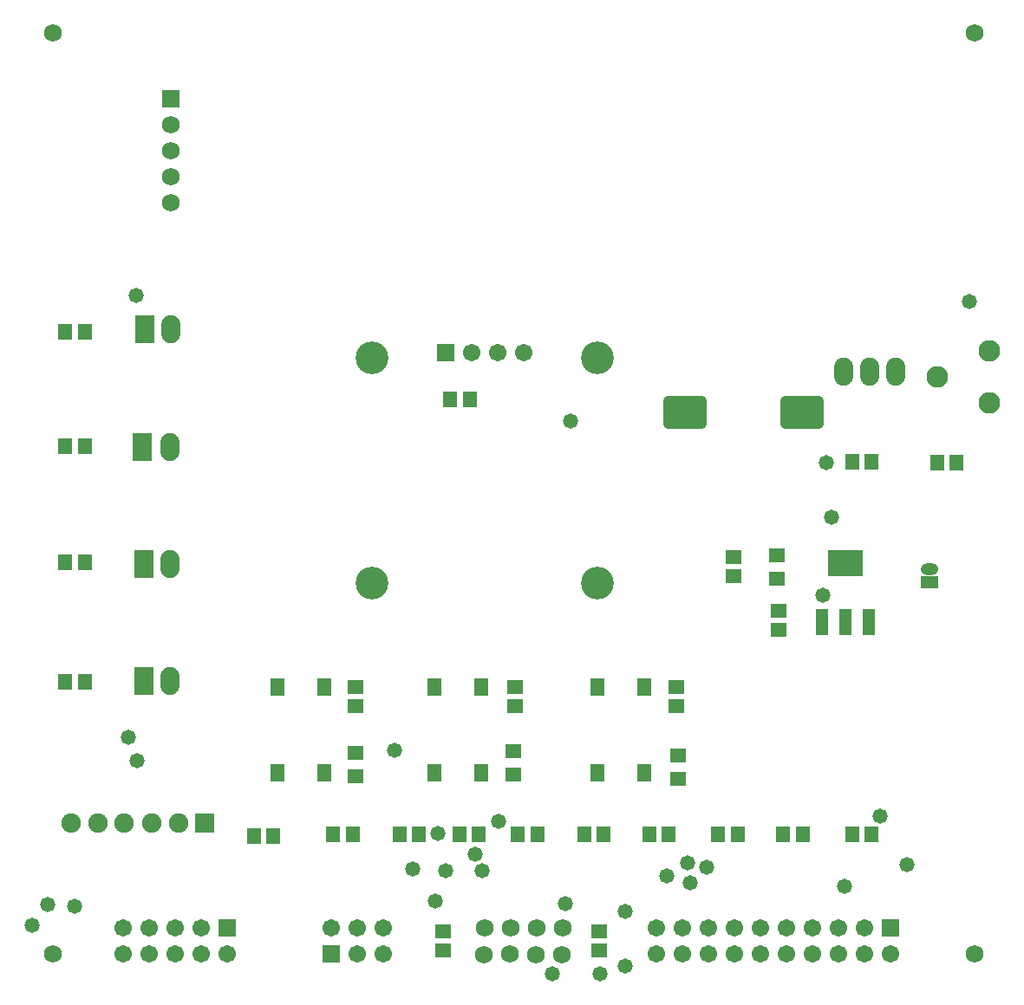
<source format=gts>
G04*
G04 #@! TF.GenerationSoftware,Altium Limited,Altium Designer,21.3.2 (30)*
G04*
G04 Layer_Color=8388736*
%FSTAX44Y44*%
%MOMM*%
G71*
G04*
G04 #@! TF.SameCoordinates,BAFF9CCB-06E3-4415-8BD8-540CAB7B7E79*
G04*
G04*
G04 #@! TF.FilePolarity,Negative*
G04*
G01*
G75*
G04:AMPARAMS|DCode=28|XSize=4.2032mm|YSize=3.2032mm|CornerRadius=0.4016mm|HoleSize=0mm|Usage=FLASHONLY|Rotation=180.000|XOffset=0mm|YOffset=0mm|HoleType=Round|Shape=RoundedRectangle|*
%AMROUNDEDRECTD28*
21,1,4.2032,2.4000,0,0,180.0*
21,1,3.4000,3.2032,0,0,180.0*
1,1,0.8032,-1.7000,1.2000*
1,1,0.8032,1.7000,1.2000*
1,1,0.8032,1.7000,-1.2000*
1,1,0.8032,-1.7000,-1.2000*
%
%ADD28ROUNDEDRECTD28*%
%ADD29R,1.6032X1.4032*%
%ADD30R,1.4032X1.6032*%
%ADD31R,1.6002X1.4732*%
%ADD32R,1.2032X2.6032*%
%ADD33R,3.5032X2.6032*%
%ADD34R,1.4732X1.7272*%
%ADD35R,1.7272X1.7272*%
%ADD36C,1.7272*%
%ADD37R,1.7032X1.7032*%
%ADD38C,1.7032*%
%ADD39C,1.9032*%
%ADD40R,1.9032X1.9032*%
%ADD41R,1.7032X1.2032*%
%ADD42O,1.7032X1.2032*%
%ADD43O,1.8542X2.7432*%
%ADD44R,1.8542X2.7432*%
%ADD45O,1.8796X2.7432*%
%ADD46C,2.1082*%
%ADD47R,1.7112X1.7112*%
%ADD48C,1.7112*%
%ADD49C,3.2032*%
%ADD50C,1.4732*%
D28*
X006669Y0057912D02*
D03*
X007809D02*
D03*
D29*
X00714402Y00418742D02*
D03*
Y00437742D02*
D03*
X00501042Y00310446D02*
D03*
Y00291446D02*
D03*
X00658522Y00310446D02*
D03*
Y00291446D02*
D03*
X00344832Y00310446D02*
D03*
Y00291446D02*
D03*
X00582896Y00052686D02*
D03*
Y00071686D02*
D03*
X00430496Y00052686D02*
D03*
Y00071686D02*
D03*
X00758156Y00366376D02*
D03*
Y00385376D02*
D03*
D30*
X00061664Y00545492D02*
D03*
X00080664D02*
D03*
X00061664Y00432462D02*
D03*
X00080664D02*
D03*
X00061664Y00315622D02*
D03*
X00080664D02*
D03*
X00650894Y0016627D02*
D03*
X00631894D02*
D03*
X00830014D02*
D03*
X00849014D02*
D03*
X00781704Y00166336D02*
D03*
X00762704D02*
D03*
X00699116Y00166216D02*
D03*
X00718116D02*
D03*
X00503536D02*
D03*
X00522536D02*
D03*
X00587394Y00166336D02*
D03*
X00568394D02*
D03*
X00446474Y0016627D02*
D03*
X00465474D02*
D03*
X00342196Y00166216D02*
D03*
X00323196D02*
D03*
X00407054Y00166336D02*
D03*
X00388054D02*
D03*
X0093213Y0052959D02*
D03*
X0091313D02*
D03*
X00080664Y00657252D02*
D03*
X00061664D02*
D03*
X00245726Y00165134D02*
D03*
X00264726D02*
D03*
X00437496Y00591854D02*
D03*
X00456496D02*
D03*
X00830014Y00530252D02*
D03*
X00849014D02*
D03*
D31*
X0049911Y0024765D02*
D03*
Y0022479D02*
D03*
X006604Y0024384D02*
D03*
Y0022098D02*
D03*
X0034544Y0024638D02*
D03*
Y0022352D02*
D03*
X0075692Y0041656D02*
D03*
Y0043942D02*
D03*
D32*
X008004Y00373638D02*
D03*
X008234D02*
D03*
X008464D02*
D03*
D33*
X008234Y00431638D02*
D03*
D34*
X00626872Y00310854D02*
D03*
X00581152D02*
D03*
X00626872Y00227034D02*
D03*
X00581152D02*
D03*
X00468122Y00310854D02*
D03*
X00422402D02*
D03*
X00468122Y00227034D02*
D03*
X00422402D02*
D03*
X00314452Y00310854D02*
D03*
X00268732D02*
D03*
X00314452Y00227034D02*
D03*
X00268732D02*
D03*
D35*
X001651Y0088519D02*
D03*
D36*
Y0085979D02*
D03*
Y0083439D02*
D03*
Y0080899D02*
D03*
Y0078359D02*
D03*
X00546862Y00049165D02*
D03*
X00521462D02*
D03*
X00496189Y00049546D02*
D03*
X00470662Y00049165D02*
D03*
X00470916Y00075327D02*
D03*
X0049657Y00074819D02*
D03*
X00521716D02*
D03*
X00547116D02*
D03*
X0005Y0095D02*
D03*
X0095D02*
D03*
Y0005D02*
D03*
X0005D02*
D03*
D37*
X0086741Y0007493D02*
D03*
X0021971D02*
D03*
X0032131Y0004953D02*
D03*
D38*
X0086741D02*
D03*
X0084201Y0007493D02*
D03*
Y0004953D02*
D03*
X0081661Y0007493D02*
D03*
Y0004953D02*
D03*
X0079121Y0007493D02*
D03*
Y0004953D02*
D03*
X0076581Y0007493D02*
D03*
Y0004953D02*
D03*
X0074041Y0007493D02*
D03*
Y0004953D02*
D03*
X0071501Y0007493D02*
D03*
Y0004953D02*
D03*
X0068961Y0007493D02*
D03*
Y0004953D02*
D03*
X0066421Y0007493D02*
D03*
Y0004953D02*
D03*
X0063881Y0007493D02*
D03*
Y0004953D02*
D03*
X0021971D02*
D03*
X0019431Y0007493D02*
D03*
Y0004953D02*
D03*
X0016891Y0007493D02*
D03*
Y0004953D02*
D03*
X0014351Y0007493D02*
D03*
Y0004953D02*
D03*
X0011811Y0007493D02*
D03*
Y0004953D02*
D03*
X0032131Y0007493D02*
D03*
X0034671Y0004953D02*
D03*
Y0007493D02*
D03*
X0037211Y0004953D02*
D03*
Y0007493D02*
D03*
D39*
X0006731Y001778D02*
D03*
X0009398D02*
D03*
X0011938D02*
D03*
X0014605D02*
D03*
X0017272D02*
D03*
D40*
X0019812D02*
D03*
D41*
X0090551Y0041275D02*
D03*
D42*
Y0042545D02*
D03*
D43*
X001651Y006604D02*
D03*
X0016383Y0031623D02*
D03*
Y0043053D02*
D03*
Y0054483D02*
D03*
D44*
X001397Y006604D02*
D03*
X0013843Y0031623D02*
D03*
Y0043053D02*
D03*
X0013716Y0054483D02*
D03*
D45*
X0082169Y00618598D02*
D03*
X0084709D02*
D03*
X0087249D02*
D03*
D46*
X0096393Y0058801D02*
D03*
X0091313Y0061341D02*
D03*
X0096393Y0063881D02*
D03*
D47*
X0043307Y0063697D02*
D03*
D48*
X0045847D02*
D03*
X0048387D02*
D03*
X0050927D02*
D03*
D49*
X0036117Y0063197D02*
D03*
X0058117D02*
D03*
Y0041197D02*
D03*
X0036117D02*
D03*
D50*
X005842Y0003048D02*
D03*
X0002921Y0007747D02*
D03*
X0004445Y0009779D02*
D03*
X0042291Y001016D02*
D03*
X0040103Y00132276D02*
D03*
X0042545Y0016764D02*
D03*
X0043307Y0013081D02*
D03*
X0046228Y0014732D02*
D03*
X0053721Y0003048D02*
D03*
X0054991Y0009906D02*
D03*
X0048514Y0017907D02*
D03*
X0046863Y0013081D02*
D03*
X0060819Y00091302D02*
D03*
X0060833Y000381D02*
D03*
X0085725Y0018415D02*
D03*
X0055499Y0057023D02*
D03*
X0081026Y0047625D02*
D03*
X0082296Y0011557D02*
D03*
X0088392Y0013716D02*
D03*
X0012319Y0026162D02*
D03*
X0013208Y0023876D02*
D03*
X0038354Y0024892D02*
D03*
X0013081Y0069342D02*
D03*
X0007112Y0009652D02*
D03*
X0094488Y0068707D02*
D03*
X0068834Y0013462D02*
D03*
X0066929Y0013843D02*
D03*
X0067183Y0011938D02*
D03*
X0064897Y0012573D02*
D03*
X0080518Y0052959D02*
D03*
X0080137Y0040005D02*
D03*
M02*

</source>
